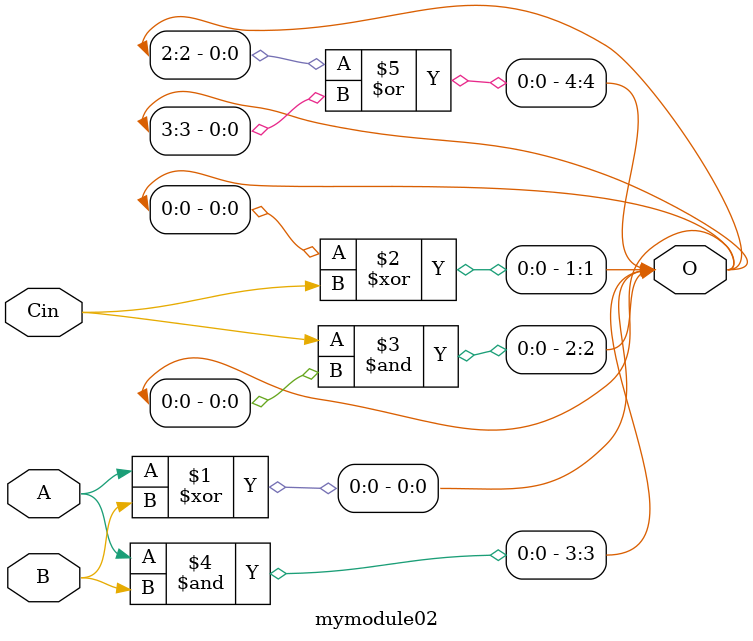
<source format=v>
`timescale 1ns / 1ps
module mymodule02(O,A,B,Cin);
	
	output[0:4] O;
	input A,B,Cin;
	
	xor G1(O[0],A,B);
	xor G2(O[1],O[0],Cin);
	
	and G3(O[2],Cin,O[0]);
	and G4(O[3],A,B);

	or G5(O[4],O[2],O[3]);

endmodule

</source>
